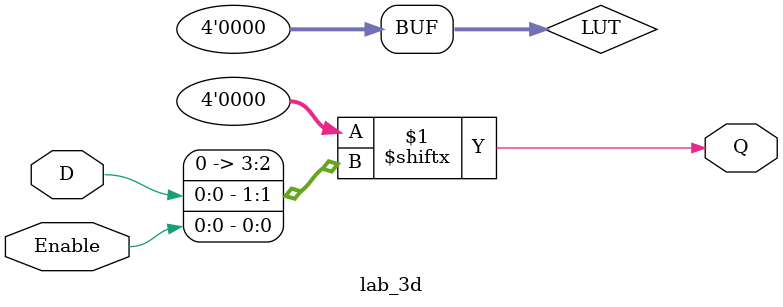
<source format=v>
module lab_3d (
    input D,
    input Enable,
    output wire Q
);

    reg [3:0] LUT; // 4-input Lookup Table
    
    initial begin
        // Mapping function: if Enable=1, Q=D; else, Q keeps its previous state
        // The first two bits of the index represent D (00, 01, 10, 11), 
        // and the last two bits represent Enable (00, 01, 10, 11)
        LUT[4'b0000] = 1'b0; // D=0, Enable=0
        LUT[4'b0001] = 1'b0; // D=0, Enable=0
        LUT[4'b0010] = 1'b0; // D=0, Enable=1
        LUT[4'b0011] = 1'b0; // D=0, Enable=1
        LUT[4'b0100] = 1'b1; // D=1, Enable=0
        LUT[4'b0101] = 1'b1; // D=1, Enable=0
        LUT[4'b0110] = 1'b1; // D=1, Enable=1
        LUT[4'b0111] = 1'b1; // D=1, Enable=1
    end
    
    assign Q = LUT[{2'b00, D, Enable}]; // Indexing the LUT

endmodule

</source>
